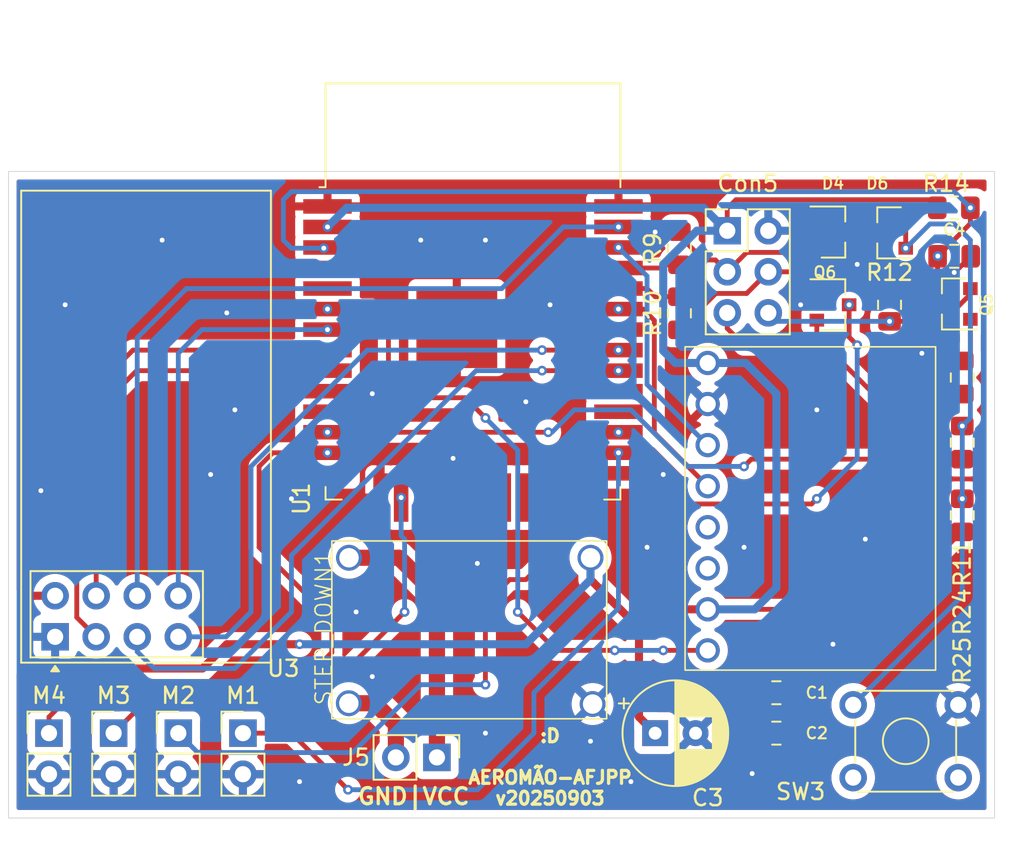
<source format=kicad_pcb>
(kicad_pcb (version 20241229) (generator "pcbnew") (generator_version "9.0")
  (layers (0 "F.Cu" signal) (2 "B.Cu" signal) (13 "F.Paste" user) (15 "B.Paste" user) (5 "F.SilkS" user "F.Silkscreen") (7 "B.SilkS" user "B.Silkscreen") (1 "F.Mask" user) (3 "B.Mask" user) (25 "Edge.Cuts" user))
  (net 0 "")
  (net 1 "/Motor1")
  (net 2 "GND")
  (net 3 "+7V4")
  (net 4 "GND_7V4")
  (net 5 "/Motor2")
  (net 6 "/Motor3")
  (net 7 "/Motor4")
  (net 8 "+3V3")
  (net 9 "/EN_ESP")
  (net 10 "/DTR_ESP")
  (net 11 "/RTS_ESP")
  (net 12 "Net-(Con5-TX)")
  (net 13 "Net-(Con5-RX)")
  (net 14 "Net-(D6-A2)")
  (net 15 "Net-(Q5-B)")
  (net 16 "/IO0_ESP")
  (net 17 "Net-(Q6-B)")
  (net 18 "/TX_USB")
  (net 19 "/RX_USB")
  (net 20 "/B_START")
  (net 23 "/~{CSN}")
  (net 25 "/INT")
  (net 26 "/MOSI")
  (net 28 "/SDA-SPU")
  (net 34 "/SCL-SPU")
  (net 38 "/SCK")
  (net 39 "/IRQ")
  (net 41 "/CE")
  (net 42 "/MISO")
  (footprint "MPU-6050_Module:MPU6050_Module" (layer "F.Cu") (at 175.85 44.6)
    (property "Reference" "U2" (hide yes))
    (property "Value" "U2" (hide yes))
    (pad "1" thru_hole circle (at 1.4 1) (size 1.5 1.5) (drill 1) (layers "*.Cu" "*.Mask") (net 8 "+3V3"))
    (pad "2" thru_hole circle (at 1.4 3.54) (size 1.5 1.5) (drill 1) (layers "*.Cu" "*.Mask") (net 2 "GND"))
    (pad "3" thru_hole circle (at 1.4 6.08) (size 1.5 1.5) (drill 1) (layers "*.Cu" "*.Mask") (net 34 "/SCL-SPU"))
    (pad "4" thru_hole circle (at 1.4 8.62) (size 1.5 1.5) (drill 1) (layers "*.Cu" "*.Mask") (net 28 "/SDA-SPU"))
    (pad "5" thru_hole circle (at 1.4 11.16) (size 1.5 1.5) (drill 1) (layers "*.Cu" "*.Mask"))
    (pad "6" thru_hole circle (at 1.4 13.7) (size 1.5 1.5) (drill 1) (layers "*.Cu" "*.Mask"))
    (pad "7" thru_hole circle (at 1.4 16.24) (size 1.5 1.5) (drill 1) (layers "*.Cu" "*.Mask") (net 8 "+3V3"))
    (pad "8" thru_hole circle (at 1.4 18.78) (size 1.5 1.5) (drill 1) (layers "*.Cu" "*.Mask") (net 25 "/INT"))
  )
  (footprint "Local_Capacitor_SMD:C_0805_2012Metric_Pad1.15x1.40mm_HandSolder" (layer "F.Cu") (at 181.5 68.5)
    (property "Reference" "C2" (at 2.5 0 0) (layer "F.SilkS") (effects (font (size 0.7 0.7) (thickness 0.127))))
    (property "Value" "10uF/25V")
    (pad "1" smd roundrect (at -1.025 0) (size 1.15 1.4) (layers "F.Cu" "F.Mask" "F.Paste") (roundrect_rratio 0.217391) (net 8 "+3V3"))
    (pad "2" smd roundrect (at 1.025 0) (size 1.15 1.4) (layers "F.Cu" "F.Mask" "F.Paste") (roundrect_rratio 0.217391) (net 2 "GND"))
  )
  (footprint "Local_Resistor_SMD:R_0805_2012Metric_Pad1.15x1.40mm_HandSolder" (layer "F.Cu") (at 193 55.025 90)
    (property "Reference" "R25" (at -8.975 0 90) (layer "F.SilkS"))
    (property "Value" "10k")
    (pad "1" smd roundrect (at -1.025 0 90) (size 1.15 1.4) (layers "F.Cu" "F.Mask" "F.Paste") (roundrect_rratio 0.217391) (net 8 "+3V3"))
    (pad "2" smd roundrect (at 1.025 0 90) (size 1.15 1.4) (layers "F.Cu" "F.Mask" "F.Paste") (roundrect_rratio 0.217391) (net 14 "Net-(D6-A2)"))
  )
  (footprint "Local_Package_TO_SOT_SMD:SOT-23" (layer "F.Cu") (at 192.5 41.95 180)
    (property "Reference" "Q5" (at -2 -0.05 270) (layer "F.SilkS") (effects (font (size 0.7 0.7) (thickness 0.127))))
    (property "Value" "BC846")
    (pad "1" smd rect (at -1 -0.95 180) (size 0.9 0.8) (layers "F.Cu" "F.Mask" "F.Paste") (net 15 "Net-(Q5-B)"))
    (pad "2" smd rect (at -1 0.95 180) (size 0.9 0.8) (layers "F.Cu" "F.Mask" "F.Paste") (net 11 "/RTS_ESP"))
    (pad "3" smd rect (at 1 0 180) (size 0.9 0.8) (layers "F.Cu" "F.Mask" "F.Paste") (net 9 "/EN_ESP"))
  )
  (footprint "Local_Capacitor_SMD:C_0805_2012Metric_Pad1.15x1.40mm_HandSolder" (layer "F.Cu") (at 181.5 66)
    (property "Reference" "C1" (at 2.5 0 0) (layer "F.SilkS") (effects (font (size 0.7 0.7) (thickness 0.127))))
    (property "Value" "10uF/25V")
    (pad "1" smd roundrect (at -1.025 0) (size 1.15 1.4) (layers "F.Cu" "F.Mask" "F.Paste") (roundrect_rratio 0.217391) (net 8 "+3V3"))
    (pad "2" smd roundrect (at 1.025 0) (size 1.15 1.4) (layers "F.Cu" "F.Mask" "F.Paste") (roundrect_rratio 0.217391) (net 2 "GND"))
  )
  (footprint "Local_Connector_PinHeader_2.54mm:PinHeader_1x02_P2.54mm_Vertical" (layer "F.Cu") (at 144.5 68.5)
    (property "Reference" "M2" (at 0 -2.33 0) (layer "F.SilkS"))
    (property "Value" "pinH_2v")
    (pad "1" thru_hole rect (at 0 0) (size 1.7 1.7) (drill 1) (layers "*.Cu" "*.Mask") (net 5 "/Motor2"))
    (pad "2" thru_hole oval (at 0 2.54) (size 1.7 1.7) (drill 1) (layers "*.Cu" "*.Mask") (net 2 "GND"))
  )
  (footprint "Local_Package_TO_SOT_SMD:SOT-23" (layer "F.Cu") (at 185 42)
    (property "Reference" "Q6" (at -0.5 -2 0) (layer "F.SilkS") (effects (font (size 0.7 0.7) (thickness 0.127))))
    (property "Value" "BC846")
    (pad "1" smd rect (at -1 -0.95) (size 0.9 0.8) (layers "F.Cu" "F.Mask" "F.Paste") (net 17 "Net-(Q6-B)"))
    (pad "2" smd rect (at -1 0.95) (size 0.9 0.8) (layers "F.Cu" "F.Mask" "F.Paste") (net 10 "/DTR_ESP"))
    (pad "3" smd rect (at 1 0) (size 0.9 0.8) (layers "F.Cu" "F.Mask" "F.Paste") (net 16 "/IO0_ESP"))
  )
  (footprint "Local_Capacitor_SMD:C_0805_2012Metric_Pad1.15x1.40mm_HandSolder" (layer "F.Cu") (at 192.5 39)
    (property "Reference" "C4" (at 0 -1.65 0) (layer "F.SilkS") (effects (font (size 0.7 0.7) (thickness 0.127))))
    (property "Value" "100nF/50V")
    (pad "1" smd roundrect (at -1.025 0) (size 1.15 1.4) (layers "F.Cu" "F.Mask" "F.Paste") (roundrect_rratio 0.217391) (net 9 "/EN_ESP"))
    (pad "2" smd roundrect (at 1.025 0) (size 1.15 1.4) (layers "F.Cu" "F.Mask" "F.Paste") (roundrect_rratio 0.217391) (net 2 "GND"))
  )
  (footprint "Local_Resistor_SMD:R_0805_2012Metric_Pad1.15x1.40mm_HandSolder" (layer "F.Cu") (at 192.475 36)
    (property "Reference" "R14" (at -0.475 -1.5 0) (layer "F.SilkS"))
    (property "Value" "10k")
    (pad "1" smd roundrect (at -1.025 0) (size 1.15 1.4) (layers "F.Cu" "F.Mask" "F.Paste") (roundrect_rratio 0.217391) (net 8 "+3V3"))
    (pad "2" smd roundrect (at 1.025 0) (size 1.15 1.4) (layers "F.Cu" "F.Mask" "F.Paste") (roundrect_rratio 0.217391) (net 9 "/EN_ESP"))
  )
  (footprint "Local_Connector_PinHeader_2.54mm:PinHeader_2x03_P2.54mm_Vertical" (layer "F.Cu") (at 178.46 37.42)
    (property "Reference" "Con5" (at 1.27 -2.92 0) (layer "F.SilkS"))
    (property "Value" "espTool_conn")
    (pad "1" thru_hole rect (at 0 0) (size 1.7 1.7) (drill 1) (layers "*.Cu" "*.Mask") (net 8 "+3V3"))
    (pad "2" thru_hole oval (at 2.54 0) (size 1.7 1.7) (drill 1) (layers "*.Cu" "*.Mask") (net 2 "GND"))
    (pad "3" thru_hole oval (at 0 2.54) (size 1.7 1.7) (drill 1) (layers "*.Cu" "*.Mask") (net 12 "Net-(Con5-TX)"))
    (pad "4" thru_hole oval (at 2.54 2.54) (size 1.7 1.7) (drill 1) (layers "*.Cu" "*.Mask") (net 13 "Net-(Con5-RX)"))
    (pad "5" thru_hole oval (at 0 5.08) (size 1.7 1.7) (drill 1) (layers "*.Cu" "*.Mask") (net 10 "/DTR_ESP"))
    (pad "6" thru_hole oval (at 2.54 5.08) (size 1.7 1.7) (drill 1) (layers "*.Cu" "*.Mask") (net 11 "/RTS_ESP"))
  )
  (footprint "Local_RF_Module:ESP32-WROOM-32_PRODIGITAL" (layer "F.Cu") (at 162.73 44.17)
    (property "Reference" "U1" (at -10.61 9.83 270) (layer "F.SilkS"))
    (property "Value" "ESP32-WROOM-32D")
    (pad "1" smd rect (at -9 -8.255) (size 3 0.9) (layers "F.Cu" "F.Mask" "F.Paste") (net 2 "GND"))
    (pad "2" smd rect (at -9 -6.985) (size 3 0.9) (layers "F.Cu" "F.Mask" "F.Paste") (net 8 "+3V3"))
    (pad "3" smd rect (at -9 -5.715) (size 3 0.9) (layers "F.Cu" "F.Mask" "F.Paste") (net 9 "/EN_ESP"))
    (pad "4" smd rect (at -9 -4.445) (size 3 0.9) (layers "F.Cu" "F.Mask" "F.Paste"))
    (pad "5" smd rect (at -9 -3.175) (size 3 0.9) (layers "F.Cu" "F.Mask" "F.Paste"))
    (pad "6" smd rect (at -9 -1.905) (size 3 0.9) (layers "F.Cu" "F.Mask" "F.Paste") (net 25 "/INT"))
    (pad "7" smd rect (at -9 -0.635) (size 3 0.9) (layers "F.Cu" "F.Mask" "F.Paste") (net 39 "/IRQ"))
    (pad "8" smd rect (at -9 0.635) (size 3 0.9) (layers "F.Cu" "F.Mask" "F.Paste") (net 41 "/CE"))
    (pad "9" smd rect (at -9 1.905) (size 3 0.9) (layers "F.Cu" "F.Mask" "F.Paste") (net 23 "/~{CSN}"))
    (pad "10" smd rect (at -9 3.175) (size 3 0.9) (layers "F.Cu" "F.Mask" "F.Paste"))
    (pad "11" smd rect (at -9 4.445) (size 3 0.9) (layers "F.Cu" "F.Mask" "F.Paste"))
    (pad "12" smd rect (at -9 5.715) (size 3 0.9) (layers "F.Cu" "F.Mask" "F.Paste") (net 20 "/B_START"))
    (pad "13" smd rect (at -9 6.985) (size 3 0.9) (layers "F.Cu" "F.Mask" "F.Paste") (net 7 "/Motor4"))
    (pad "14" smd rect (at -9 8.255) (size 3 0.9) (layers "F.Cu" "F.Mask" "F.Paste"))
    (pad "15" smd rect (at -5.715 9.755 90) (size 3 0.9) (layers "F.Cu" "F.Mask" "F.Paste") (net 2 "GND"))
    (pad "16" smd rect (at -4.445 9.755 90) (size 3 0.9) (layers "F.Cu" "F.Mask" "F.Paste") (net 6 "/Motor3"))
    (pad "17" smd rect (at -3.175 9.755 90) (size 3 0.9) (layers "F.Cu" "F.Mask" "F.Paste"))
    (pad "18" smd rect (at -1.905 9.755 90) (size 3 0.9) (layers "F.Cu" "F.Mask" "F.Paste"))
    (pad "19" smd rect (at -0.635 9.755 90) (size 3 0.9) (layers "F.Cu" "F.Mask" "F.Paste"))
    (pad "20" smd rect (at 0.635 9.755 90) (size 3 0.9) (layers "F.Cu" "F.Mask" "F.Paste"))
    (pad "21" smd rect (at 1.905 9.755 90) (size 3 0.9) (layers "F.Cu" "F.Mask" "F.Paste"))
    (pad "22" smd rect (at 3.175 9.755 90) (size 3 0.9) (layers "F.Cu" "F.Mask" "F.Paste"))
    (pad "23" smd rect (at 4.445 9.755 90) (size 3 0.9) (layers "F.Cu" "F.Mask" "F.Paste"))
    (pad "24" smd rect (at 5.715 9.755 90) (size 3 0.9) (layers "F.Cu" "F.Mask" "F.Paste"))
    (pad "25" smd rect (at 9 8.255) (size 3 0.9) (layers "F.Cu" "F.Mask" "F.Paste") (net 16 "/IO0_ESP"))
    (pad "26" smd rect (at 9 6.985) (size 3 0.9) (layers "F.Cu" "F.Mask" "F.Paste") (net 1 "/Motor1"))
    (pad "27" smd rect (at 9 5.715) (size 3 0.9) (layers "F.Cu" "F.Mask" "F.Paste") (net 5 "/Motor2"))
    (pad "28" smd rect (at 9 4.445) (size 3 0.9) (layers "F.Cu" "F.Mask" "F.Paste"))
    (pad "29" smd rect (at 9 3.175) (size 3 0.9) (layers "F.Cu" "F.Mask" "F.Paste"))
    (pad "30" smd rect (at 9 1.905) (size 3 0.9) (layers "F.Cu" "F.Mask" "F.Paste") (net 38 "/SCK"))
    (pad "31" smd rect (at 9 0.635) (size 3 0.9) (layers "F.Cu" "F.Mask" "F.Paste") (net 42 "/MISO"))
    (pad "32" smd rect (at 9 -0.635) (size 3 0.9) (layers "F.Cu" "F.Mask" "F.Paste"))
    (pad "33" smd rect (at 9 -1.905) (size 3 0.9) (layers "F.Cu" "F.Mask" "F.Paste") (net 28 "/SDA-SPU"))
    (pad "34" smd rect (at 9 -3.175) (size 3 0.9) (layers "F.Cu" "F.Mask" "F.Paste") (net 19 "/RX_USB"))
    (pad "35" smd rect (at 9 -4.445) (size 3 0.9) (layers "F.Cu" "F.Mask" "F.Paste") (net 18 "/TX_USB"))
    (pad "36" smd rect (at 9 -5.715) (size 3 0.9) (layers "F.Cu" "F.Mask" "F.Paste") (net 34 "/SCL-SPU"))
    (pad "37" smd rect (at 9 -6.985) (size 3 0.9) (layers "F.Cu" "F.Mask" "F.Paste") (net 26 "/MOSI"))
    (pad "38" smd rect (at 9 -8.255) (size 3 0.9) (layers "F.Cu" "F.Mask" "F.Paste") (net 2 "GND"))
    (pad "39" smd rect (at -1 -0.755) (size 5 5) (layers "F.Cu" "F.Mask" "F.Paste") (net 2 "GND"))
  )
  (footprint "Local_Package_TO_SOT_SMD:SOT-23" (layer "F.Cu") (at 188.5 37.55 180)
    (property "Reference" "D6" (at 0.76 3.05 180) (layer "F.SilkS") (effects (font (size 0.7 0.7) (thickness 0.127))))
    (property "Value" "TVS 3,3V")
    (pad "1" smd rect (at -1 -0.95 180) (size 0.9 0.8) (layers "F.Cu" "F.Mask" "F.Paste") (net 14 "Net-(D6-A2)"))
    (pad "2" smd rect (at -1 0.95 180) (size 0.9 0.8) (layers "F.Cu" "F.Mask" "F.Paste") (net 14 "Net-(D6-A2)"))
    (pad "3" smd rect (at 1 0 180) (size 0.9 0.8) (layers "F.Cu" "F.Mask" "F.Paste") (net 2 "GND"))
  )
  (footprint "Local_Connector_PinHeader_2.54mm:PinHeader_1x02_P2.54mm_Vertical" (layer "F.Cu") (at 148.5 68.5)
    (property "Reference" "M1" (at 0 -2.33 0) (layer "F.SilkS"))
    (property "Value" "pinH_2v")
    (pad "1" thru_hole rect (at 0 0) (size 1.7 1.7) (drill 1) (layers "*.Cu" "*.Mask") (net 1 "/Motor1"))
    (pad "2" thru_hole oval (at 0 2.54) (size 1.7 1.7) (drill 1) (layers "*.Cu" "*.Mask") (net 2 "GND"))
  )
  (footprint "RF_Module:nRF24L01_Breakout" (layer "F.Cu") (at 136.88 62.54 90)
    (property "Reference" "U3" (at -1.96 14.12 180) (layer "F.SilkS"))
    (property "Value" "NRF24L01_Breakout")
    (pad "1" thru_hole rect (at 0 0 90) (size 1.7 1.7) (drill 1) (layers "*.Cu" "*.Mask") (net 2 "GND"))
    (pad "2" thru_hole circle (at 2.54 0 90) (size 1.7 1.7) (drill 1) (layers "*.Cu" "*.Mask") (net 8 "+3V3"))
    (pad "3" thru_hole circle (at 0 2.54 90) (size 1.7 1.7) (drill 1) (layers "*.Cu" "*.Mask") (net 41 "/CE"))
    (pad "4" thru_hole circle (at 2.54 2.54 90) (size 1.7 1.7) (drill 1) (layers "*.Cu" "*.Mask") (net 23 "/~{CSN}"))
    (pad "5" thru_hole circle (at 0 5.08 90) (size 1.7 1.7) (drill 1) (layers "*.Cu" "*.Mask") (net 38 "/SCK"))
    (pad "6" thru_hole circle (at 2.54 5.08 90) (size 1.7 1.7) (drill 1) (layers "*.Cu" "*.Mask") (net 26 "/MOSI"))
    (pad "7" thru_hole circle (at 0 7.62 90) (size 1.7 1.7) (drill 1) (layers "*.Cu" "*.Mask") (net 42 "/MISO"))
    (pad "8" thru_hole circle (at 2.54 7.62 90) (size 1.7 1.7) (drill 1) (layers "*.Cu" "*.Mask") (net 39 "/IRQ"))
  )
  (footprint "Local_Resistor_SMD:R_0805_2012Metric_Pad1.15x1.40mm_HandSolder" (layer "F.Cu") (at 193 46.5 -90)
    (property "Reference" "R11" (at 11.5 0 90) (layer "F.SilkS"))
    (property "Value" "4,7k")
    (pad "1" smd roundrect (at -1.025 0 270) (size 1.15 1.4) (layers "F.Cu" "F.Mask" "F.Paste") (roundrect_rratio 0.217391) (net 15 "Net-(Q5-B)"))
    (pad "2" smd roundrect (at 1.025 0 270) (size 1.15 1.4) (layers "F.Cu" "F.Mask" "F.Paste") (roundrect_rratio 0.217391) (net 10 "/DTR_ESP"))
  )
  (footprint "Local_Connector_PinHeader_2.54mm:PinHeader_1x02_P2.54mm_Vertical" (layer "F.Cu") (at 136.5 68.5)
    (property "Reference" "M4" (at 0 -2.33 0) (layer "F.SilkS"))
    (property "Value" "pinH_2v")
    (pad "1" thru_hole rect (at 0 0) (size 1.7 1.7) (drill 1) (layers "*.Cu" "*.Mask") (net 7 "/Motor4"))
    (pad "2" thru_hole oval (at 0 2.54) (size 1.7 1.7) (drill 1) (layers "*.Cu" "*.Mask") (net 2 "GND"))
  )
  (footprint "Connector_PinHeader_2.54mm:PinHeader_1x02_P2.54mm_Vertical" (layer "F.Cu") (at 160.5 70 -90)
    (property "Reference" "J5" (at 0 5 0) (layer "F.SilkS"))
    (property "Value" "Conn_01x02_Pin")
    (pad "1" thru_hole rect (at 0 0 270) (size 1.7 1.7) (drill 1) (layers "*.Cu" "*.Mask") (net 3 "+7V4"))
    (pad "2" thru_hole circle (at 0 2.54 270) (size 1.7 1.7) (drill 1) (layers "*.Cu" "*.Mask") (net 4 "GND_7V4"))
  )
  (footprint "Local_Resistor_SMD:R_0805_2012Metric_Pad1.15x1.40mm_HandSolder" (layer "F.Cu") (at 175.5 42.525 90)
    (property "Reference" "R10" (at 0 -1.65 90) (layer "F.SilkS"))
    (property "Value" "49,9R")
    (pad "1" smd roundrect (at -1.025 0 90) (size 1.15 1.4) (layers "F.Cu" "F.Mask" "F.Paste") (roundrect_rratio 0.217391) (net 13 "Net-(Con5-RX)"))
    (pad "2" smd roundrect (at 1.025 0 90) (size 1.15 1.4) (layers "F.Cu" "F.Mask" "F.Paste") (roundrect_rratio 0.217391) (net 19 "/RX_USB"))
  )
  (footprint "Local_Resistor_SMD:R_0805_2012Metric_Pad1.15x1.40mm_HandSolder" (layer "F.Cu") (at 188.5 42 -90)
    (property "Reference" "R12" (at -2 0 0) (layer "F.SilkS"))
    (property "Value" "4,7k")
    (pad "1" smd roundrect (at -1.025 0 270) (size 1.15 1.4) (layers "F.Cu" "F.Mask" "F.Paste") (roundrect_rratio 0.217391) (net 17 "Net-(Q6-B)"))
    (pad "2" smd roundrect (at 1.025 0 270) (size 1.15 1.4) (layers "F.Cu" "F.Mask" "F.Paste") (roundrect_rratio 0.217391) (net 11 "/RTS_ESP"))
  )
  (footprint "MPU-6050_Module:StepDown3v3_Module" (layer "F.Cu") (at 154.02 56.59)
    (property "Reference" "STEP_DOWN1" (at -0.52 5.41 90) (layer "F.SilkS") (effects (font (thickness 0.1))))
    (property "Value" "STEPDOWN_23V_3V3")
    (pad "1" thru_hole circle (at 1.04 1.06) (size 1.6 1.6) (drill 1.2) (layers "*.Cu" "*.Mask") (net 3 "+7V4"))
    (pad "2" thru_hole circle (at 1.03 10.06) (size 1.6 1.6) (drill 1.2) (layers "*.Cu" "*.Mask") (net 4 "GND_7V4"))
    (pad "3" thru_hole circle (at 15.98 1.06) (size 1.6 1.6) (drill 1.2) (layers "*.Cu" "*.Mask") (net 8 "+3V3"))
    (pad "4" thru_hole circle (at 16.11 10.11) (size 1.6 1.6) (drill 1.2) (layers "*.Cu" "*.Mask") (net 2 "GND"))
  )
  (footprint "Local_Button_Switch_THT:SW_TH_Tactile_Omron_B3F-10xx" (layer "F.Cu") (at 186.25 66.75)
    (property "Reference" "SW3" (at -3.25 5.37 0) (layer "F.SilkS"))
    (property "Value" "Tactile")
    (pad "1" thru_hole circle (at 0 0) (size 1.7 1.7) (drill 1) (layers "*.Cu" "*.Mask") (net 14 "Net-(D6-A2)"))
    (pad "2" thru_hole circle (at 6.5 0) (size 1.7 1.7) (drill 1) (layers "*.Cu" "*.Mask") (net 2 "GND"))
    (pad "3" thru_hole circle (at 0 4.5) (size 1.7 1.7) (drill 1) (layers "*.Cu" "*.Mask"))
    (pad "4" thru_hole circle (at 6.5 4.5) (size 1.7 1.7) (drill 1) (layers "*.Cu" "*.Mask"))
  )
  (footprint "Local_Resistor_SMD:R_0805_2012Metric_Pad1.15x1.40mm_HandSolder" (layer "F.Cu") (at 193 50.525 90)
    (property "Reference" "R24" (at -10.475 0 90) (layer "F.SilkS"))
    (property "Value" "49,9R")
    (pad "1" smd roundrect (at -1.025 0 90) (size 1.15 1.4) (layers "F.Cu" "F.Mask" "F.Paste") (roundrect_rratio 0.217391) (net 20 "/B_START"))
    (pad "2" smd roundrect (at 1.025 0 90) (size 1.15 1.4) (layers "F.Cu" "F.Mask" "F.Paste") (roundrect_rratio 0.217391) (net 14 "Net-(D6-A2)"))
  )
  (footprint "Capacitor_THT:CP_Radial_D6.3mm_P2.50mm" (layer "F.Cu") (at 174 68.5)
    (property "Reference" "C3" (at 3.251 4 0) (layer "F.SilkS"))
    (property "Value" "220uF/16V")
    (pad "1" thru_hole rect (at 0 0) (size 1.6 1.6) (drill 0.8) (layers "*.Cu" "*.Mask") (net 8 "+3V3"))
    (pad "2" thru_hole circle (at 2.5 0) (size 1.6 1.6) (drill 0.8) (layers "*.Cu" "*.Mask") (net 2 "GND"))
  )
  (footprint "Local_Connector_PinHeader_2.54mm:PinHeader_1x02_P2.54mm_Vertical" (layer "F.Cu") (at 140.5 68.5)
    (property "Reference" "M3" (at 0 -2.33 0) (layer "F.SilkS"))
    (property "Value" "pinH_2v")
    (pad "1" thru_hole rect (at 0 0) (size 1.7 1.7) (drill 1) (layers "*.Cu" "*.Mask") (net 6 "/Motor3"))
    (pad "2" thru_hole oval (at 0 2.54) (size 1.7 1.7) (drill 1) (layers "*.Cu" "*.Mask") (net 2 "GND"))
  )
  (footprint "Local_Resistor_SMD:R_0805_2012Metric_Pad1.15x1.40mm_HandSolder" (layer "F.Cu") (at 175.5 38.5 90)
    (property "Reference" "R9" (at 0 -1.65 90) (layer "F.SilkS"))
    (property "Value" "49,9R")
    (pad "1" smd roundrect (at -1.025 0 90) (size 1.15 1.4) (layers "F.Cu" "F.Mask" "F.Paste") (roundrect_rratio 0.217391) (net 18 "/TX_USB"))
    (pad "2" smd roundrect (at 1.025 0 90) (size 1.15 1.4) (layers "F.Cu" "F.Mask" "F.Paste") (roundrect_rratio 0.217391) (net 12 "Net-(Con5-TX)"))
  )
  (footprint "Local_Package_TO_SOT_SMD:SOT-23" (layer "F.Cu") (at 185 37.5)
    (property "Reference" "D4" (at 0 -3 0) (layer "F.SilkS") (effects (font (size 0.7 0.7) (thickness 0.127))))
    (property "Value" "TVS 3,3V")
    (pad "1" smd rect (at -1 -0.95) (size 0.9 0.8) (layers "F.Cu" "F.Mask" "F.Paste") (net 12 "Net-(Con5-TX)"))
    (pad "2" smd rect (at -1 0.95) (size 0.9 0.8) (layers "F.Cu" "F.Mask" "F.Paste") (net 13 "Net-(Con5-RX)"))
    (pad "3" smd rect (at 1 0) (size 0.9 0.8) (layers "F.Cu" "F.Mask" "F.Paste") (net 2 "GND"))
  )
  (gr_rect (start 134 33.75) (end 195 73.75) (stroke (width 0.05)) (fill no) (layer "Edge.Cuts"))
  (gr_text ":D\n\nAEROMÃO-AFJPP\nv20250903" (at 167.5 73 0) (layer "F.SilkS") (effects (font (size 0.8 0.8) (thickness 0.2) (bold yes)) (justify bottom)))
  (gr_text "GND|VCC" (at 155.5 73 0) (layer "F.SilkS") (effects (font (size 1 1) (thickness 0.2) (bold yes)) (justify left bottom)))
  (segment (start 151.5 68.5) (end 148.5 68.5) (width 0.3) (layer "F.Cu") (net 1))
  (segment (start 155 72) (end 151.5 68.5) (width 0.3) (layer "F.Cu") (net 1))
  (via (at 171.73 51.155) (size 0.6) (drill 0.3) (layers "F.Cu" "B.Cu") (net 1))
  (via (at 155 72) (size 0.6) (drill 0.3) (layers "F.Cu" "B.Cu") (net 1))
  (segment (start 155 72) (end 163 72) (width 0.3) (layer "B.Cu") (net 1))
  (segment (start 171.73 60.77) (end 171.73 51.155) (width 0.3) (layer "B.Cu") (net 1))
  (segment (start 163 72) (end 166.5 68.5) (width 0.3) (layer "B.Cu") (net 1))
  (segment (start 166.5 68.5) (end 166.5 66) (width 0.3) (layer "B.Cu") (net 1))
  (segment (start 166.5 66) (end 171.73 60.77) (width 0.3) (layer "B.Cu") (net 1))
  (segment (start 192.525 40) (end 193.525 39) (width 0.3) (layer "F.Cu") (net 2))
  (segment (start 192.5 40) (end 192.525 40) (width 0.3) (layer "F.Cu") (net 2))
  (via (at 137.5 42) (size 0.6) (drill 0.3) (layers "F.Cu" "B.Cu") (net 2))
  (via (at 151.5 54) (size 0.6) (drill 0.3) (layers "F.Cu" "B.Cu") (net 2))
  (via (at 173.5 57) (size 0.6) (drill 0.3) (layers "F.Cu" "B.Cu") (net 2))
  (via (at 152 71.5) (size 0.6) (drill 0.3) (layers "F.Cu" "B.Cu") (net 2))
  (via (at 190.5 45) (size 0.6) (drill 0.3) (layers "F.Cu" "B.Cu") (net 2))
  (via (at 166 48) (size 0.6) (drill 0.3) (layers "F.Cu" "B.Cu") (net 2))
  (via (at 192.5 40) (size 0.6) (drill 0.3) (layers "F.Cu" "B.Cu") (net 2))
  (via (at 185 63) (size 0.6) (drill 0.3) (layers "F.Cu" "B.Cu") (net 2))
  (via (at 187 56.5) (size 0.6) (drill 0.3) (layers "F.Cu" "B.Cu") (net 2))
  (via (at 147.5 42.5) (size 0.6) (drill 0.3) (layers "F.Cu" "B.Cu") (net 2))
  (via (at 143.5 38) (size 0.6) (drill 0.3) (layers "F.Cu" "B.Cu") (net 2))
  (via (at 159.5 38) (size 0.6) (drill 0.3) (layers "F.Cu" "B.Cu") (net 2))
  (via (at 155.5 61) (size 0.6) (drill 0.3) (layers "F.Cu" "B.Cu") (net 2))
  (via (at 179.5 57) (size 0.6) (drill 0.3) (layers "F.Cu" "B.Cu") (net 2))
  (via (at 161.5 51.5) (size 0.6) (drill 0.3) (layers "F.Cu" "B.Cu") (net 2))
  (via (at 170 69) (size 0.6) (drill 0.3) (layers "F.Cu" "B.Cu") (net 2))
  (via (at 186.5 39.5) (size 0.6) (drill 0.3) (layers "F.Cu" "B.Cu") (net 2))
  (via (at 148 48.5) (size 0.6) (drill 0.3) (layers "F.Cu" "B.Cu") (net 2))
  (via (at 180 71) (size 0.6) (drill 0.3) (layers "F.Cu" "B.Cu") (net 2))
  (via (at 163.5 38) (size 0.6) (drill 0.3) (layers "F.Cu" "B.Cu") (net 2))
  (via (at 146.5 52.5) (size 0.6) (drill 0.3) (layers "F.Cu" "B.Cu") (net 2))
  (via (at 167.5 42) (size 0.6) (drill 0.3) (layers "F.Cu" "B.Cu") (net 2))
  (via (at 184 48.5) (size 0.6) (drill 0.3) (layers "F.Cu" "B.Cu") (net 2))
  (via (at 174 37.5) (size 0.6) (drill 0.3) (layers "F.Cu" "B.Cu") (net 2))
  (via (at 172.5 71.5) (size 0.6) (drill 0.3) (layers "F.Cu" "B.Cu") (net 2))
  (via (at 183 42) (size 0.6) (drill 0.3) (layers "F.Cu" "B.Cu") (net 2))
  (via (at 174.5 52.5) (size 0.6) (drill 0.3) (layers "F.Cu" "B.Cu") (net 2))
  (via (at 156.5 65) (size 0.6) (drill 0.3) (layers "F.Cu" "B.Cu") (net 2))
  (via (at 156.5 47.5) (size 0.6) (drill 0.3) (layers "F.Cu" "B.Cu") (net 2))
  (via (at 163.5 68.5) (size 0.6) (drill 0.3) (layers "F.Cu" "B.Cu") (net 2))
  (via (at 136 53.5) (size 0.6) (drill 0.3) (layers "F.Cu" "B.Cu") (net 2))
  (via (at 163 58) (size 0.6) (drill 0.3) (layers "F.Cu" "B.Cu") (net 2))
  (segment (start 160.5 70) (end 160.5 60) (width 1) (layer "F.Cu") (net 3))
  (segment (start 158.15 57.65) (end 155.06 57.65) (width 1) (layer "F.Cu") (net 3))
  (segment (start 160.5 60) (end 158.15 57.65) (width 1) (layer "F.Cu") (net 3))
  (segment (start 156.65 66.65) (end 155.05 66.65) (width 1) (layer "F.Cu") (net 4))
  (segment (start 157.96 70) (end 157.96 67.96) (width 1) (layer "F.Cu") (net 4))
  (segment (start 157.96 67.96) (end 156.65 66.65) (width 1) (layer "F.Cu") (net 4))
  (segment (start 166 59) (end 165 59) (width 0.3) (layer "F.Cu") (net 5))
  (segment (start 169.5 50.733) (end 169.5 55.5) (width 0.3) (layer "F.Cu") (net 5))
  (segment (start 165 59) (end 163.5 60.5) (width 0.3) (layer "F.Cu") (net 5))
  (segment (start 163.5 60.5) (end 163.5 65.5) (width 0.3) (layer "F.Cu") (net 5))
  (segment (start 171.73 49.885) (end 170.348 49.885) (width 0.3) (layer "F.Cu") (net 5))
  (segment (start 170.348 49.885) (end 169.5 50.733) (width 0.3) (layer "F.Cu") (net 5))
  (segment (start 169.5 55.5) (end 166 59) (width 0.3) (layer "F.Cu") (net 5))
  (via (at 171.73 49.885) (size 0.6) (drill 0.3) (layers "F.Cu" "B.Cu") (net 5))
  (via (at 163.5 65.5) (size 0.6) (drill 0.3) (layers "F.Cu" "B.Cu") (net 5))
  (segment (start 145.701 69.701) (end 144.5 68.5) (width 0.3) (layer "B.Cu") (net 5))
  (segment (start 163.5 65.5) (end 159.5 65.5) (width 0.3) (layer "B.Cu") (net 5))
  (segment (start 155.299 69.701) (end 145.701 69.701) (width 0.3) (layer "B.Cu") (net 5))
  (segment (start 159.5 65.5) (end 155.299 69.701) (width 0.3) (layer "B.Cu") (net 5))
  (segment (start 142 67) (end 140.5 68.5) (width 0.3) (layer "F.Cu") (net 6))
  (segment (start 158.5 61) (end 152.5 67) (width 0.3) (layer "F.Cu") (net 6))
  (segment (start 152.5 67) (end 142 67) (width 0.3) (layer "F.Cu") (net 6))
  (via (at 158.285 53.925) (size 0.6) (drill 0.3) (layers "F.Cu" "B.Cu") (net 6))
  (via (at 158.5 61) (size 0.6) (drill 0.3) (layers "F.Cu" "B.Cu") (net 6))
  (segment (start 158.5 61) (end 158.5 56.5) (width 0.3) (layer "B.Cu") (net 6))
  (segment (start 158.5 56.5) (end 158.285 56.285) (width 0.3) (layer "B.Cu") (net 6))
  (segment (start 158.285 56.285) (end 158.285 53.925) (width 0.3) (layer "B.Cu") (net 6))
  (segment (start 154 63.5) (end 154 61.5) (width 0.3) (layer "F.Cu") (net 7))
  (segment (start 136.5 68.5) (end 136.5 67.5) (width 0.3) (layer "F.Cu") (net 7))
  (segment (start 149.5 57) (end 149.5 52) (width 0.3) (layer "F.Cu") (net 7))
  (segment (start 154 61.5) (end 149.5 57) (width 0.3) (layer "F.Cu") (net 7))
  (segment (start 151.5 66) (end 154 63.5) (width 0.3) (layer "F.Cu") (net 7))
  (segment (start 149.5 52) (end 150.345 51.155) (width 0.3) (layer "F.Cu") (net 7))
  (segment (start 150.345 51.155) (end 153.73 51.155) (width 0.3) (layer "F.Cu") (net 7))
  (segment (start 138 66) (end 151.5 66) (width 0.3) (layer "F.Cu") (net 7))
  (segment (start 136.5 67.5) (end 138 66) (width 0.3) (layer "F.Cu") (net 7))
  (via (at 153.73 51.155) (size 0.6) (drill 0.3) (layers "F.Cu" "B.Cu") (net 7))
  (segment (start 173 67) (end 173 67.5) (width 0.5) (layer "F.Cu") (net 8))
  (segment (start 193 56.05) (end 192.95 56.05) (width 0.3) (layer "F.Cu") (net 8))
  (segment (start 135 60.5) (end 135.5 60) (width 0.5) (layer "F.Cu") (net 8))
  (segment (start 188.16 60.84) (end 177.25 60.84) (width 0.3) (layer "F.Cu") (net 8))
  (segment (start 173 62) (end 173 67) (width 0.5) (layer "F.Cu") (net 8))
  (segment (start 135.5 64.5) (end 135 64) (width 0.5) (layer "F.Cu") (net 8))
  (segment (start 192.95 56.05) (end 188.16 60.84) (width 0.3) (layer "F.Cu") (net 8))
  (segment (start 174.16 60.84) (end 173 62) (width 0.5) (layer "F.Cu") (net 8))
  (segment (start 135 64) (end 135 60.5) (width 0.5) (layer "F.Cu") (net 8))
  (segment (start 191.425 35.5) (end 179 35.5) (width 0.3) (layer "F.Cu") (net 8))
  (segment (start 135.5 60) (end 136.88 60) (width 0.5) (layer "F.Cu") (net 8))
  (segment (start 147.5 63) (end 146 64.5) (width 0.5) (layer "F.Cu") (net 8))
  (segment (start 170 57.65) (end 170 59) (width 0.5) (layer "F.Cu") (net 8))
  (segment (start 177.25 60.84) (end 174.16 60.84) (width 0.5) (layer "F.Cu") (net 8))
  (segment (start 173 67.5) (end 174 68.5) (width 0.5) (layer "F.Cu") (net 8))
  (segment (start 178.46 36.04) (end 178.46 37.42) (width 0.3) (layer "F.Cu") (net 8))
  (segment (start 180.475 66) (end 174 66) (width 0.5) (layer "F.Cu") (net 8))
  (segment (start 191.45 35.475) (end 191.425 35.5) (width 0.3) (layer "F.Cu") (net 8))
  (segment (start 179 35.5) (end 178.46 36.04) (width 0.3) (layer "F.Cu") (net 8))
  (segment (start 152 63) (end 147.5 63) (width 0.5) (layer "F.Cu") (net 8))
  (segment (start 191.45 36) (end 191.45 35.475) (width 0.3) (layer "F.Cu") (net 8))
  (segment (start 146 64.5) (end 135.5 64.5) (width 0.5) (layer "F.Cu") (net 8))
  (segment (start 180.475 66) (end 180.475 68.5) (width 0.5) (layer "F.Cu") (net 8))
  (segment (start 174 66) (end 173 67) (width 0.5) (layer "F.Cu") (net 8))
  (segment (start 170 59) (end 173 62) (width 0.5) (layer "F.Cu") (net 8))
  (via (at 152 63) (size 0.6) (drill 0.3) (layers "F.Cu" "B.Cu") (net 8))
  (via (at 153.73 37.185) (size 0.6) (drill 0.3) (layers "F.Cu" "B.Cu") (net 8))
  (segment (start 178.46 37.42) (end 178.42 37.42) (width 0.5) (layer "B.Cu") (net 8))
  (segment (start 175.25 45.6) (end 174.5 44.85) (width 0.5) (layer "B.Cu") (net 8))
  (segment (start 154.915 36) (end 153.73 37.185) (width 0.5) (layer "B.Cu") (net 8))
  (segment (start 175.25 45.6) (end 177.25 45.6) (width 0.5) (layer "B.Cu") (net 8))
  (segment (start 166 63) (end 152 63) (width 0.5) (layer "B.Cu") (net 8))
  (segment (start 177 36) (end 154.915 36) (width 0.5) (layer "B.Cu") (net 8))
  (segment (start 174.5 39.5) (end 176.58 37.42) (width 0.5) (layer "B.Cu") (net 8))
  (segment (start 177.25 60.84) (end 180.16 60.84) (width 0.5) (layer "B.Cu") (net 8))
  (segment (start 170 57.65) (end 170 59) (width 0.5) (layer "B.Cu") (net 8))
  (segment (start 180.16 60.84) (end 181.5 59.5) (width 0.5) (layer "B.Cu") (net 8))
  (segment (start 176.58 37.42) (end 178.46 37.42) (width 0.5) (layer "B.Cu") (net 8))
  (segment (start 178.42 37.42) (end 177 36) (width 0.5) (layer "B.Cu") (net 8))
  (segment (start 170 59) (end 167.5 61.5) (width 0.5) (layer "B.Cu") (net 8))
  (segment (start 181.5 47.500001) (end 179.599999 45.6) (width 0.5) (layer "B.Cu") (net 8))
  (segment (start 179.599999 45.6) (end 177.25 45.6) (width 0.5) (layer "B.Cu") (net 8))
  (segment (start 181.5 59.5) (end 181.5 47.500001) (width 0.5) (layer "B.Cu") (net 8))
  (segment (start 174.5 44.85) (end 174.5 39.5) (width 0.5) (layer "B.Cu") (net 8))
  (segment (start 167.5 61.5) (end 166 63) (width 0.5) (layer "B.Cu") (net 8))
  (segment (start 191.475 39) (end 191.475 41.925) (width 0.3) (layer "F.Cu") (net 9))
  (segment (start 191.475 41.925) (end 191.5 41.95) (width 0.3) (layer "F.Cu") (net 9))
  (segment (start 191.4875 38.9875) (end 191.475 39) (width 0.3) (layer "F.Cu") (net 9))
  (segment (start 193.5 36) (end 193.5 36.975) (width 0.3) (layer "F.Cu") (net 9))
  (segment (start 193.5 36.975) (end 191.4875 38.9875) (width 0.3) (layer "F.Cu") (net 9))
  (via (at 193.5 36) (size 0.6) (drill 0.3) (layers "F.Cu" "B.Cu") (net 9))
  (via (at 191.4875 38.9875) (size 0.6) (drill 0.3) (layers "F.Cu" "B.Cu") (net 9))
  (via (at 153.5 38.5) (size 0.6) (drill 0.3) (layers "F.Cu" "B.Cu") (net 9))
  (segment (start 151.5 38.5) (end 153.5 38.5) (width 0.3) (layer "B.Cu") (net 9))
  (segment (start 151.5 35) (end 151 35.5) (width 0.3) (layer "B.Cu") (net 9))
  (segment (start 151 35.5) (end 151 38) (width 0.3) (layer "B.Cu") (net 9))
  (segment (start 193.5 36) (end 192.5 35) (width 0.3) (layer "B.Cu") (net 9))
  (segment (start 192.5 35) (end 151.5 35) (width 0.3) (layer "B.Cu") (net 9))
  (segment (start 151 38) (end 151.5 38.5) (width 0.3) (layer "B.Cu") (net 9))
  (segment (start 184 44) (end 183.5 44.5) (width 0.3) (layer "F.Cu") (net 10))
  (segment (start 178.46 43.46) (end 178.46 42.5) (width 0.3) (layer "F.Cu") (net 10))
  (segment (start 183.5 44.5) (end 179.5 44.5) (width 0.3) (layer "F.Cu") (net 10))
  (segment (start 193 47.525) (end 187.525 47.525) (width 0.3) (layer "F.Cu") (net 10))
  (segment (start 179.5 44.5) (end 178.46 43.46) (width 0.3) (layer "F.Cu") (net 10))
  (segment (start 187.525 47.525) (end 184 44) (width 0.3) (layer "F.Cu") (net 10))
  (segment (start 184 42.95) (end 184 44) (width 0.3) (layer "F.Cu") (net 10))
  (segment (start 193.5 41.348) (end 193.5 41) (width 0.3) (layer "F.Cu") (net 11))
  (segment (start 188.5 43.025) (end 191.823 43.025) (width 0.3) (layer "F.Cu") (net 11))
  (segment (start 191.823 43.025) (end 193.5 41.348) (width 0.3) (layer "F.Cu") (net 11))
  (via (at 188.5 43.025) (size 0.6) (drill 0.3) (layers "F.Cu" "B.Cu") (net 11))
  (segment (start 181.525 43.025) (end 181 42.5) (width 0.3) (layer "B.Cu") (net 11))
  (segment (start 188.5 43.025) (end 181.525 43.025) (width 0.3) (layer "B.Cu") (net 11))
  (segment (start 184 36.55) (end 181.791 38.759) (width 0.3) (layer "F.Cu") (net 12))
  (segment (start 177 39.225) (end 177.725 39.225) (width 0.3) (layer "F.Cu") (net 12))
  (segment (start 175.025 37.475) (end 175.25 37.475) (width 0.3) (layer "F.Cu") (net 12))
  (segment (start 177.725 39.225) (end 178.46 39.96) (width 0.3) (layer "F.Cu") (net 12))
  (segment (start 181.791 38.759) (end 179.661 38.759) (width 0.3) (layer "F.Cu") (net 12))
  (segment (start 179.661 38.759) (end 178.46 39.96) (width 0.3) (layer "F.Cu") (net 12))
  (segment (start 175.25 37.475) (end 177 39.225) (width 0.3) (layer "F.Cu") (net 12))
  (segment (start 175.5 43.55) (end 177.751 41.299) (width 0.3) (layer "F.Cu") (net 13))
  (segment (start 182.49 39.96) (end 181 39.96) (width 0.3) (layer "F.Cu") (net 13))
  (segment (start 184 38.45) (end 182.49 39.96) (width 0.3) (layer "F.Cu") (net 13))
  (segment (start 179.661 41.299) (end 181 39.96) (width 0.3) (layer "F.Cu") (net 13))
  (segment (start 177.751 41.299) (end 179.661 41.299) (width 0.3) (layer "F.Cu") (net 13))
  (segment (start 189.5 36.6) (end 189.5 38.5) (width 0.3) (layer "F.Cu") (net 14))
  (via (at 193 49.5) (size 0.6) (drill 0.3) (layers "F.Cu" "B.Cu") (net 14))
  (via (at 189.5 38.5) (size 0.6) (drill 0.3) (layers "F.Cu" "B.Cu") (net 14))
  (via (at 193 54) (size 0.6) (drill 0.3) (layers "F.Cu" "B.Cu") (net 14))
  (segment (start 193 49.5) (end 193.5 49) (width 0.3) (layer "B.Cu") (net 14))
  (segment (start 193 60) (end 193 54) (width 0.3) (layer "B.Cu") (net 14))
  (segment (start 193 54) (end 193 49.5) (width 0.3) (layer "B.Cu") (net 14))
  (segment (start 192.5 37) (end 191 37) (width 0.3) (layer "B.Cu") (net 14))
  (segment (start 193.5 49) (end 193.5 38) (width 0.3) (layer "B.Cu") (net 14))
  (segment (start 186.25 66.75) (end 193 60) (width 0.3) (layer "B.Cu") (net 14))
  (segment (start 191 37) (end 189.5 38.5) (width 0.3) (layer "B.Cu") (net 14))
  (segment (start 193.5 38) (end 192.5 37) (width 0.3) (layer "B.Cu") (net 14))
  (segment (start 193.5 42.9) (end 193.5 44.975) (width 0.3) (layer "F.Cu") (net 15))
  (segment (start 193.5 44.975) (end 193 45.475) (width 0.3) (layer "F.Cu") (net 15))
  (segment (start 174.321 54.321) (end 172.425 52.425) (width 0.3) (layer "F.Cu") (net 16))
  (segment (start 186 44) (end 186.5 44.5) (width 0.3) (layer "F.Cu") (net 16))
  (segment (start 184 54) (end 183.679 54.321) (width 0.3) (layer "F.Cu") (net 16))
  (segment (start 186 42) (end 186 44) (width 0.3) (layer "F.Cu") (net 16))
  (segment (start 172.425 52.425) (end 171.73 52.425) (width 0.3) (layer "F.Cu") (net 16))
  (segment (start 183.679 54.321) (end 174.321 54.321) (width 0.3) (layer "F.Cu") (net 16))
  (via (at 186.5 44.5) (size 0.6) (drill 0.3) (layers "F.Cu" "B.Cu") (net 16))
  (via (at 184 54) (size 0.6) (drill 0.3) (layers "F.Cu" "B.Cu") (net 16))
  (via (at 186 42) (size 0.6) (drill 0.3) (layers "F.Cu" "B.Cu") (net 16))
  (segment (start 184 54) (end 186.5 51.5) (width 0.3) (layer "B.Cu") (net 16))
  (segment (start 186.5 51.5) (end 186.5 44.5) (width 0.3) (layer "B.Cu") (net 16))
  (segment (start 188.5 40.975) (end 184.075 40.975) (width 0.3) (layer "F.Cu") (net 17))
  (segment (start 184.075 40.975) (end 184 41.05) (width 0.3) (layer "F.Cu") (net 17))
  (segment (start 171.73 39.725) (end 174.5 39.725) (width 0.3) (layer "F.Cu") (net 18))
  (segment (start 174.5 39.725) (end 174.7 39.525) (width 0.3) (layer "F.Cu") (net 18))
  (segment (start 174.7 39.525) (end 175.5 39.525) (width 0.3) (layer "F.Cu") (net 18))
  (segment (start 173.495 40.995) (end 174 41.5) (width 0.3) (layer "F.Cu") (net 19))
  (segment (start 171.73 40.995) (end 173.495 40.995) (width 0.3) (layer "F.Cu") (net 19))
  (segment (start 174 41.5) (end 175.5 41.5) (width 0.3) (layer "F.Cu") (net 19))
  (segment (start 179.95 51.55) (end 193 51.55) (width 0.3) (layer "F.Cu") (net 20))
  (segment (start 153.73 49.885) (end 167.385 49.885) (width 0.3) (layer "F.Cu") (net 20))
  (segment (start 179.5 52) (end 179.95 51.55) (width 0.3) (layer "F.Cu") (net 20))
  (via (at 167.385 49.885) (size 0.6) (drill 0.3) (layers "F.Cu" "B.Cu") (net 20))
  (via (at 153.73 49.885) (size 0.6) (drill 0.3) (layers "F.Cu" "B.Cu") (net 20))
  (via (at 179.5 52) (size 0.6) (drill 0.3) (layers "F.Cu" "B.Cu") (net 20))
  (segment (start 167.385 49.885) (end 167.615 49.885) (width 0.3) (layer "B.Cu") (net 20))
  (segment (start 169 48.5) (end 172.5 48.5) (width 0.3) (layer "B.Cu") (net 20))
  (segment (start 172.5 48.5) (end 176 52) (width 0.3) (layer "B.Cu") (net 20))
  (segment (start 167.615 49.885) (end 169 48.5) (width 0.3) (layer "B.Cu") (net 20))
  (segment (start 176 52) (end 179.5 52) (width 0.3) (layer "B.Cu") (net 20))
  (segment (start 141.925 46.075) (end 139.42 48.58) (width 0.3) (layer "F.Cu") (net 23))
  (segment (start 153.73 46.075) (end 141.925 46.075) (width 0.3) (layer "F.Cu") (net 23))
  (segment (start 139.42 48.58) (end 139.42 60) (width 0.3) (layer "F.Cu") (net 23))
  (segment (start 168.62 63.38) (end 167.88 63.38) (width 0.3) (layer "F.Cu") (net 25))
  (segment (start 156.46526 42.265) (end 153.73 42.265) (width 0.3) (layer "F.Cu") (net 25))
  (segment (start 157.5 43.29974) (end 156.46526 42.265) (width 0.3) (layer "F.Cu") (net 25))
  (segment (start 162.25 47.75) (end 158.75 47.75) (width 0.3) (layer "F.Cu") (net 25))
  (segment (start 157.5 46.5) (end 157.5 43.29974) (width 0.3) (layer "F.Cu") (net 25))
  (segment (start 177.25 63.38) (end 174.5 63.38) (width 0.3) (layer "F.Cu") (net 25))
  (segment (start 163.5 49) (end 162.25 47.75) (width 0.3) (layer "F.Cu") (net 25))
  (segment (start 171.5 63.38) (end 168.62 63.38) (width 0.3) (layer "F.Cu") (net 25))
  (segment (start 158.75 47.75) (end 157.5 46.5) (width 0.3) (layer "F.Cu") (net 25))
  (segment (start 167.88 63.38) (end 165.5 61) (width 0.3) (layer "F.Cu") (net 25))
  (via (at 153.73 42.265) (size 0.6) (drill 0.3) (layers "F.Cu" "B.Cu") (net 25))
  (via (at 174.5 63.38) (size 0.6) (drill 0.3) (layers "F.Cu" "B.Cu") (net 25))
  (via (at 171.5 63.38) (size 0.6) (drill 0.3) (layers "F.Cu" "B.Cu") (net 25))
  (via (at 163.5 49) (size 0.6) (drill 0.3) (layers "F.Cu" "B.Cu") (net 25))
  (via (at 165.5 61) (size 0.6) (drill 0.3) (layers "F.Cu" "B.Cu") (net 25))
  (segment (start 165.5 51) (end 163.5 49) (width 0.3) (layer "B.Cu") (net 25))
  (segment (start 174.5 63.38) (end 171.5 63.38) (width 0.3) (layer "B.Cu") (net 25))
  (segment (start 165.5 61) (end 165.5 51) (width 0.3) (layer "B.Cu") (net 25))
  (via (at 171.73 37.185) (size 0.6) (drill 0.3) (layers "F.Cu" "B.Cu") (net 26))
  (segment (start 168.315 37.185) (end 164.5 41) (width 0.3) (layer "B.Cu") (net 26))
  (segment (start 164.5 41) (end 145 41) (width 0.3) (layer "B.Cu") (net 26))
  (segment (start 145 41) (end 141.96 44.04) (width 0.3) (layer "B.Cu") (net 26))
  (segment (start 171.73 37.185) (end 168.315 37.185) (width 0.3) (layer "B.Cu") (net 26))
  (segment (start 141.96 44.04) (end 141.96 60) (width 0.3) (layer "B.Cu") (net 26))
  (segment (start 173.949 42.96913) (end 173.949 49.919) (width 0.3) (layer "F.Cu") (net 28))
  (segment (start 171.73 42.265) (end 173.24487 42.265) (width 0.3) (layer "F.Cu") (net 28))
  (segment (start 173.24487 42.265) (end 173.949 42.96913) (width 0.3) (layer "F.Cu") (net 28))
  (segment (start 173.949 49.919) (end 177.25 53.22) (width 0.3) (layer "F.Cu") (net 28))
  (via (at 171.73 42.265) (size 0.6) (drill 0.3) (layers "F.Cu" "B.Cu") (net 28))
  (segment (start 171.73 38.455) (end 171.955 38.455) (width 0.3) (layer "F.Cu") (net 34))
  (via (at 171.73 38.455) (size 0.6) (drill 0.3) (layers "F.Cu" "B.Cu") (net 34))
  (segment (start 173.5 40.225) (end 173.5 46.93) (width 0.3) (layer "B.Cu") (net 34))
  (segment (start 171.73 38.455) (end 173.5 40.225) (width 0.3) (layer "B.Cu") (net 34))
  (segment (start 173.5 46.93) (end 177.25 50.68) (width 0.3) (layer "B.Cu") (net 34))
  (segment (start 167 46.075) (end 171.73 46.075) (width 0.3) (layer "F.Cu") (net 38))
  (via (at 167 46.075) (size 0.6) (drill 0.3) (layers "F.Cu" "B.Cu") (net 38))
  (via (at 171.73 46.075) (size 0.6) (drill 0.3) (layers "F.Cu" "B.Cu") (net 38))
  (segment (start 162.925 46.075) (end 151.5 57.5) (width 0.3) (layer "B.Cu") (net 38))
  (segment (start 148 64.5) (end 143 64.5) (width 0.3) (layer "B.Cu") (net 38))
  (segment (start 151.5 61) (end 148 64.5) (width 0.3) (layer "B.Cu") (net 38))
  (segment (start 151.5 57.5) (end 151.5 61) (width 0.3) (layer "B.Cu") (net 38))
  (segment (start 167 46.075) (end 162.925 46.075) (width 0.3) (layer "B.Cu") (net 38))
  (segment (start 143 64.5) (end 141.96 63.46) (width 0.3) (layer "B.Cu") (net 38))
  (segment (start 141.96 63.46) (end 141.96 62.54) (width 0.3) (layer "B.Cu") (net 38))
  (via (at 153.73 43.535) (size 0.6) (drill 0.3) (layers "F.Cu" "B.Cu") (net 39))
  (segment (start 145.965 43.535) (end 144.5 45) (width 0.3) (layer "B.Cu") (net 39))
  (segment (start 153.73 43.535) (end 145.965 43.535) (width 0.3) (layer "B.Cu") (net 39))
  (segment (start 144.5 45) (end 144.5 60) (width 0.3) (layer "B.Cu") (net 39))
  (segment (start 153.73 44.805) (end 141.695 44.805) (width 0.3) (layer "F.Cu") (net 41))
  (segment (start 138.219 48.281) (end 138.219 61.339) (width 0.3) (layer "F.Cu") (net 41))
  (segment (start 138.219 61.339) (end 139.42 62.54) (width 0.3) (layer "F.Cu") (net 41))
  (segment (start 141.695 44.805) (end 138.219 48.281) (width 0.3) (layer "F.Cu") (net 41))
  (segment (start 171.73 44.805) (end 167 44.805) (width 0.3) (layer "F.Cu") (net 42))
  (via (at 171.73 44.805) (size 0.6) (drill 0.3) (layers "F.Cu" "B.Cu") (net 42))
  (via (at 167 44.805) (size 0.6) (drill 0.3) (layers "F.Cu" "B.Cu") (net 42))
  (segment (start 149 61) (end 147.46 62.54) (width 0.3) (layer "B.Cu") (net 42))
  (segment (start 167 44.805) (end 156.195 44.805) (width 0.3) (layer "B.Cu") (net 42))
  (segment (start 149 52) (end 149 61) (width 0.3) (layer "B.Cu") (net 42))
  (segment (start 156.195 44.805) (end 149 52) (width 0.3) (layer "B.Cu") (net 42))
  (segment (start 147.46 62.54) (end 144.5 62.54) (width 0.3) (layer "B.Cu") (net 42))
  (zone (net 2) (net_name "GND") (layers "F.Cu" "B.Cu") (connect_pads (clearance 0.5)) (min_thickness 0.25) (fill yes (thermal_gap 0.5) (thermal_bridge_width 0.5))
    (polygon (pts (xy 134 74) (xy 134 34) (xy 195.5 34) (xy 195.5 74) (xy 134 74)))
  )
)
</source>
